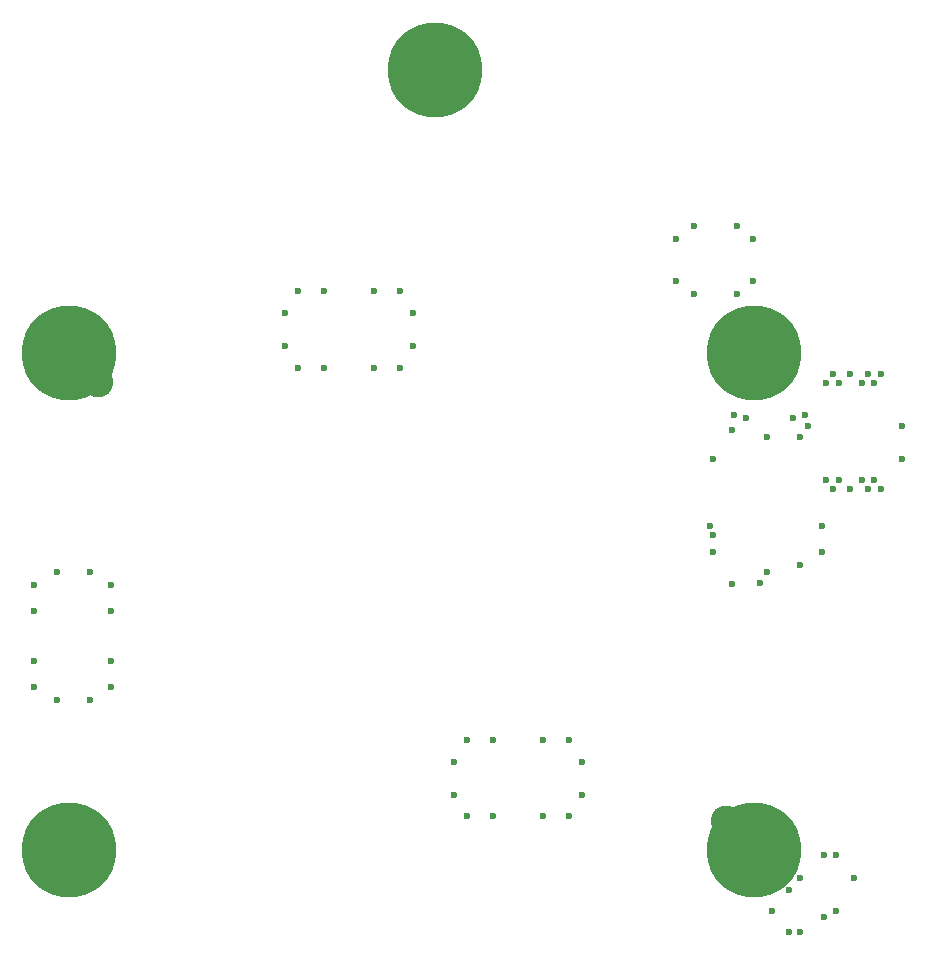
<source format=gts>
G04*
G04 #@! TF.GenerationSoftware,Altium Limited,Altium Designer,20.0.14 (345)*
G04*
G04 Layer_Color=8388736*
%FSLAX43Y43*%
%MOMM*%
G71*
G01*
G75*
%ADD11C,0.600*%
%ADD12C,1.000*%
%ADD13C,8.000*%
%ADD14C,2.600*%
D11*
X85400Y57400D02*
D03*
X74600D02*
D03*
X85400Y54600D02*
D03*
X74600D02*
D03*
X84300Y52800D02*
D03*
Y59300D02*
D03*
X82100Y52800D02*
D03*
Y59300D02*
D03*
X77900Y52800D02*
D03*
Y59300D02*
D03*
X75700Y52800D02*
D03*
Y59300D02*
D03*
X71100Y95400D02*
D03*
X60300D02*
D03*
X71100Y92600D02*
D03*
X60300D02*
D03*
X70000Y90800D02*
D03*
Y97300D02*
D03*
X67800Y90800D02*
D03*
Y97300D02*
D03*
X63600Y90800D02*
D03*
Y97300D02*
D03*
X61400Y90800D02*
D03*
Y97300D02*
D03*
X39050Y63800D02*
D03*
X45550D02*
D03*
X39050Y66000D02*
D03*
X45550D02*
D03*
X39050Y70200D02*
D03*
X45550D02*
D03*
X39050Y72400D02*
D03*
X45550D02*
D03*
X43750Y62700D02*
D03*
Y73500D02*
D03*
X40950Y62700D02*
D03*
Y73500D02*
D03*
X96500Y75200D02*
D03*
X105700D02*
D03*
X96250Y77400D02*
D03*
X105700D02*
D03*
X103900Y74100D02*
D03*
Y84900D02*
D03*
X101100Y73500D02*
D03*
Y84900D02*
D03*
X93400Y98100D02*
D03*
X99900D02*
D03*
X93400Y101700D02*
D03*
X99900D02*
D03*
X98500Y97000D02*
D03*
X94900D02*
D03*
X98500Y102800D02*
D03*
X94900D02*
D03*
X106900Y44800D02*
D03*
Y49550D02*
D03*
X103900Y47600D02*
D03*
X108450D02*
D03*
X105900Y44300D02*
D03*
Y49550D02*
D03*
X103900Y43050D02*
D03*
X101450Y44800D02*
D03*
X102900Y43050D02*
D03*
Y46550D02*
D03*
X103250Y86500D02*
D03*
X99250D02*
D03*
X104250Y86750D02*
D03*
X98250D02*
D03*
X98100Y72500D02*
D03*
Y85500D02*
D03*
X96500Y76600D02*
D03*
X100500Y72600D02*
D03*
X109650Y90250D02*
D03*
Y80500D02*
D03*
X110750Y90250D02*
D03*
Y80500D02*
D03*
X110150Y89500D02*
D03*
Y81250D02*
D03*
X106650Y90250D02*
D03*
Y80500D02*
D03*
X107150Y89500D02*
D03*
Y81250D02*
D03*
X106100Y89500D02*
D03*
Y81250D02*
D03*
X96500Y83100D02*
D03*
X112500D02*
D03*
X104500Y85900D02*
D03*
X112500D02*
D03*
X108100Y90250D02*
D03*
Y80500D02*
D03*
X109100Y89500D02*
D03*
Y81250D02*
D03*
D12*
X71160Y114160D02*
D03*
Y117840D02*
D03*
X74840Y114160D02*
D03*
Y117840D02*
D03*
X73000Y113400D02*
D03*
X70400Y116000D02*
D03*
X73000Y118600D02*
D03*
X75600Y116000D02*
D03*
X98160Y48160D02*
D03*
X101840D02*
D03*
Y51840D02*
D03*
X100000Y47400D02*
D03*
X97400Y50000D02*
D03*
X100000Y52600D02*
D03*
X102600Y50000D02*
D03*
X98160Y90160D02*
D03*
Y93840D02*
D03*
X101840Y90160D02*
D03*
Y93840D02*
D03*
X100000Y89400D02*
D03*
X97400Y92000D02*
D03*
X100000Y94600D02*
D03*
X102600Y92000D02*
D03*
X40160Y48160D02*
D03*
Y51840D02*
D03*
X43840Y48160D02*
D03*
Y51840D02*
D03*
X42000Y47400D02*
D03*
X39400Y50000D02*
D03*
X42000Y52600D02*
D03*
X44600Y50000D02*
D03*
X40160Y90160D02*
D03*
Y93840D02*
D03*
X43840D02*
D03*
X42000Y89400D02*
D03*
X39400Y92000D02*
D03*
X42000Y94600D02*
D03*
X44600Y92000D02*
D03*
D13*
X73000Y116000D02*
D03*
X100000Y50000D02*
D03*
Y92000D02*
D03*
X42000Y50000D02*
D03*
Y92000D02*
D03*
D14*
X97568Y52432D02*
D03*
X44432Y89568D02*
D03*
M02*

</source>
